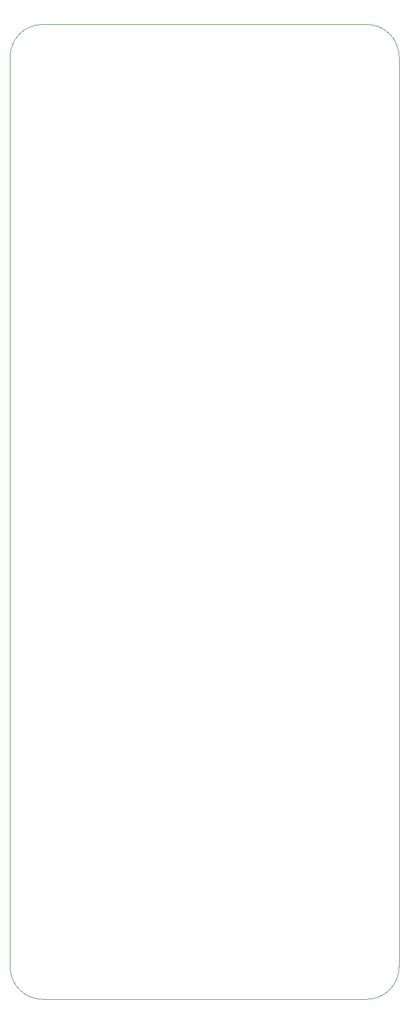
<source format=gbr>
%TF.GenerationSoftware,KiCad,Pcbnew,(6.0.2)*%
%TF.CreationDate,2022-07-06T01:18:05+02:00*%
%TF.ProjectId,MainBoard-2023,4d61696e-426f-4617-9264-2d323032332e,rev?*%
%TF.SameCoordinates,Original*%
%TF.FileFunction,Profile,NP*%
%FSLAX46Y46*%
G04 Gerber Fmt 4.6, Leading zero omitted, Abs format (unit mm)*
G04 Created by KiCad (PCBNEW (6.0.2)) date 2022-07-06 01:18:05*
%MOMM*%
%LPD*%
G01*
G04 APERTURE LIST*
%TA.AperFunction,Profile*%
%ADD10C,0.100000*%
%TD*%
G04 APERTURE END LIST*
D10*
X146000000Y-176000000D02*
G75*
G03*
X151000000Y-171000000I0J5000000D01*
G01*
X91000000Y-171000000D02*
X91000000Y-31000000D01*
X146000000Y-176000000D02*
X96000000Y-176000000D01*
X91000000Y-171000000D02*
G75*
G03*
X96000000Y-176000000I5000000J0D01*
G01*
X151000000Y-31000000D02*
X151000000Y-171000000D01*
X96000000Y-26000000D02*
X146000000Y-26000000D01*
X96000000Y-26000000D02*
G75*
G03*
X91000000Y-31000000I0J-5000000D01*
G01*
X151000000Y-31000000D02*
G75*
G03*
X146000000Y-26000000I-5000000J0D01*
G01*
M02*

</source>
